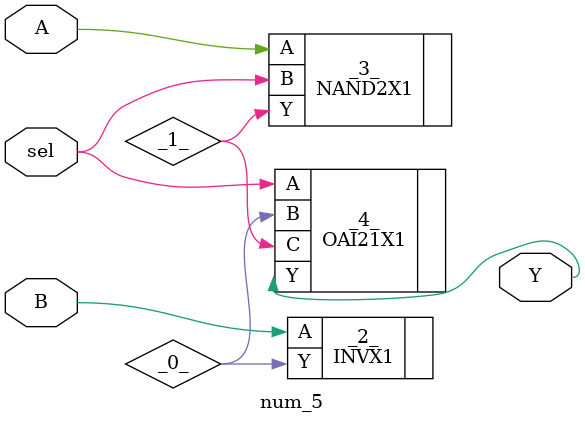
<source format=v>
/* Generated by Yosys 0.7 (git sha1 61f6811, gcc 6.2.0-11ubuntu1 -O2 -fdebug-prefix-map=/build/yosys-OIL3SR/yosys-0.7=. -fstack-protector-strong -fPIC -Os) */

(* src = "Test_Designs/num_5.v:6" *)
module num_5(A, B, sel, Y);
  wire _0_;
  wire _1_;
  (* src = "Test_Designs/num_5.v:6" *)
  input A;
  (* src = "Test_Designs/num_5.v:6" *)
  input B;
  (* src = "Test_Designs/num_5.v:6" *)
  output Y;
  (* src = "Test_Designs/num_5.v:6" *)
  input sel;
  INVX1 _2_ (
    .A(B),
    .Y(_0_)
  );
  NAND2X1 _3_ (
    .A(A),
    .B(sel),
    .Y(_1_)
  );
  OAI21X1 _4_ (
    .A(sel),
    .B(_0_),
    .C(_1_),
    .Y(Y)
  );
endmodule

</source>
